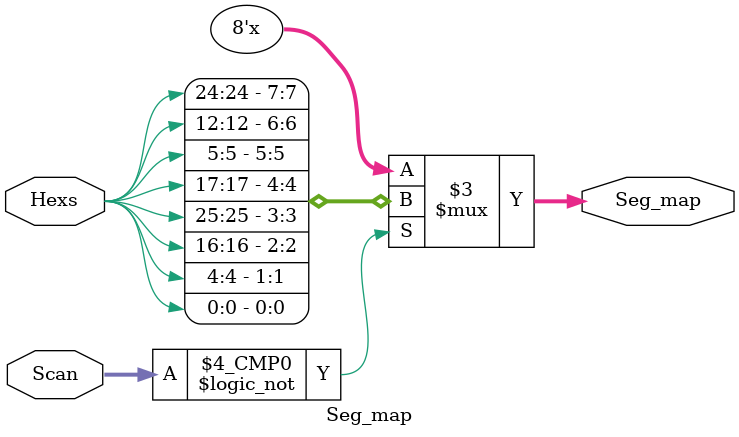
<source format=v>
`timescale 1ns / 1ps
module Seg_map(Hexs,Scan,Seg_map);
input  [31:0] Hexs;
input  [2:0]  Scan;
output reg[7:0] Seg_map;

always@* begin
 case(Scan)
      3'b000:Seg_map={Hexs[24],Hexs[12],Hexs[5],Hexs[17],Hexs[25],Hexs[16],Hexs[4],Hexs[0]};

		endcase
end

endmodule

</source>
